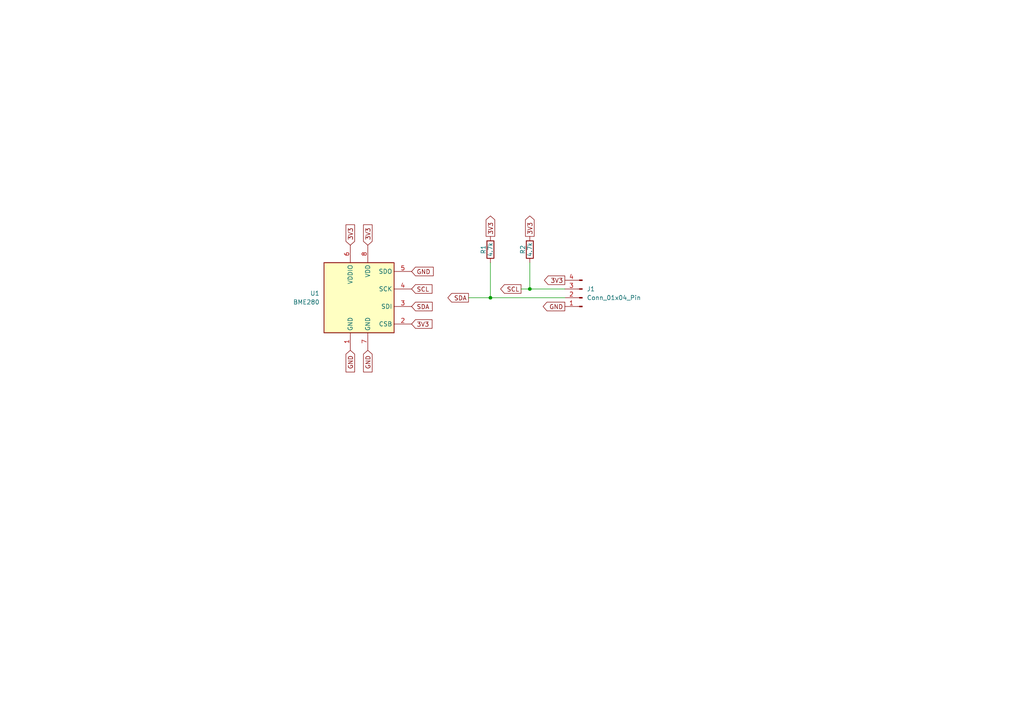
<source format=kicad_sch>
(kicad_sch (version 20231120) (generator "eeschema") (generator_version "8.0")
  (paper "A4")
  (lib_symbols
    (symbol "Connector:Conn_01x04_Pin" (pin_names (offset 1.016) hide)
      (property "Reference" "J" (at 0 5.08 0))
      (property "Value" "Conn_01x04_Pin" (at 0 -7.62 0))
      (symbol "Conn_01x04_Pin_1_1"
        (polyline (pts (xy 1.27 -5.08) (xy 0.8636 -5.08)) (stroke (width 0.1524)))
        (polyline (pts (xy 1.27 -2.54) (xy 0.8636 -2.54)) (stroke (width 0.1524)))
        (polyline (pts (xy 1.27 0) (xy 0.8636 0)) (stroke (width 0.1524)))
        (polyline (pts (xy 1.27 2.54) (xy 0.8636 2.54)) (stroke (width 0.1524)))
        (rectangle (start 0.8636 -4.953) (end 0 -5.207) (stroke (width 0.1524)) (fill (type outline)))
        (rectangle (start 0.8636 -2.413) (end 0 -2.667) (stroke (width 0.1524)) (fill (type outline)))
        (rectangle (start 0.8636 0.127) (end 0 -0.127) (stroke (width 0.1524)) (fill (type outline)))
        (rectangle (start 0.8636 2.667) (end 0 2.413) (stroke (width 0.1524)) (fill (type outline)))
        (pin passive line (at 5.08 2.54 180) (length 3.81) (name "Pin_1") (number "1"))
        (pin passive line (at 5.08 0 180) (length 3.81) (name "Pin_2") (number "2"))
        (pin passive line (at 5.08 -2.54 180) (length 3.81) (name "Pin_3") (number "3"))
        (pin passive line (at 5.08 -5.08 180) (length 3.81) (name "Pin_4") (number "4"))
      )
    )
    (symbol "Device:R" (pin_numbers hide) (pin_names (offset 0))
      (property "Reference" "R" (at 2.032 0 90))
      (property "Value" "R" (at 0 0 90))
      (symbol "R_0_1"
        (rectangle (start -1.016 -2.54) (end 1.016 2.54) (stroke (width 0.254)))
      )
      (symbol "R_1_1"
        (pin passive line (at 0 3.81 270) (length 1.27) (name "~") (number "1"))
        (pin passive line (at 0 -3.81 90) (length 1.27) (name "~") (number "2"))
      )
    )
    (symbol "Sensor:BME280"
      (property "Reference" "U" (at -8.89 11.43 0))
      (property "Value" "BME280" (at 7.62 11.43 0))
      (symbol "BME280_0_1"
        (rectangle (start -10.16 10.16) (end 10.16 -10.16) (stroke (width 0.254)) (fill (type background)))
      )
      (symbol "BME280_1_1"
        (pin power_in line (at -2.54 -15.24 90) (length 5.08) (name "GND") (number "1"))
        (pin input line (at 15.24 -7.62 180) (length 5.08) (name "CSB") (number "2"))
        (pin bidirectional line (at 15.24 -2.54 180) (length 5.08) (name "SDI") (number "3"))
        (pin input line (at 15.24 2.54 180) (length 5.08) (name "SCK") (number "4"))
        (pin bidirectional line (at 15.24 7.62 180) (length 5.08) (name "SDO") (number "5"))
        (pin power_in line (at -2.54 15.24 270) (length 5.08) (name "VDDIO") (number "6"))
        (pin power_in line (at 2.54 -15.24 90) (length 5.08) (name "GND") (number "7"))
        (pin power_in line (at 2.54 15.24 270) (length 5.08) (name "VDD") (number "8"))
      )
    )
  )
  (junction (at 153.67 83.82))
  (junction (at 142.24 86.36))
  (wire (pts (xy 135.89 86.36) (xy 142.24 86.36)))
  (wire (pts (xy 153.67 76.2) (xy 153.67 83.82)))
  (wire (pts (xy 151.13 83.82) (xy 153.67 83.82)))
  (wire (pts (xy 153.67 83.82) (xy 163.83 83.82)))
  (wire (pts (xy 142.24 86.36) (xy 163.83 86.36)))
  (wire (pts (xy 142.24 76.2) (xy 142.24 86.36)))
  (global_label "3V3" (shape output) (at 163.83 81.28 180) (property "Intersheetrefs" "${INTERSHEET_REFS}" (effects (hide yes))))
  (global_label "3V3" (shape input) (at 119.38 93.98 0) (property "Intersheetrefs" "${INTERSHEET_REFS}" (effects (hide yes))))
  (global_label "GND" (shape output) (at 163.83 88.9 180) (property "Intersheetrefs" "${INTERSHEET_REFS}" (effects (hide yes))))
  (global_label "3V3" (shape input) (at 106.68 71.12 90) (property "Intersheetrefs" "${INTERSHEET_REFS}" (effects (hide yes))))
  (global_label "SCL" (shape input) (at 119.38 83.82 0) (property "Intersheetrefs" "${INTERSHEET_REFS}" (effects (hide yes))))
  (global_label "GND" (shape input) (at 119.38 78.74 0) (property "Intersheetrefs" "${INTERSHEET_REFS}" (effects (hide yes))))
  (global_label "SCL" (shape output) (at 151.13 83.82 180) (property "Intersheetrefs" "${INTERSHEET_REFS}" (effects (hide yes))))
  (global_label "3V3" (shape output) (at 142.24 68.58 90) (property "Intersheetrefs" "${INTERSHEET_REFS}" (effects (hide yes))))
  (global_label "3V3" (shape input) (at 101.6 71.12 90) (property "Intersheetrefs" "${INTERSHEET_REFS}" (effects (hide yes))))
  (global_label "SDA" (shape output) (at 135.89 86.36 180) (property "Intersheetrefs" "${INTERSHEET_REFS}" (effects (hide yes))))
  (global_label "3V3" (shape output) (at 153.67 68.58 90) (property "Intersheetrefs" "${INTERSHEET_REFS}" (effects (hide yes))))
  (global_label "SDA" (shape input) (at 119.38 88.9 0) (property "Intersheetrefs" "${INTERSHEET_REFS}" (effects (hide yes))))
  (global_label "GND" (shape input) (at 101.6 101.6 270) (property "Intersheetrefs" "${INTERSHEET_REFS}" (effects (hide yes))))
  (global_label "GND" (shape input) (at 106.68 101.6 270) (property "Intersheetrefs" "${INTERSHEET_REFS}" (effects (hide yes))))
  (symbol (lib_id "Device:R") (at 153.67 72.39 180) (unit 1)
    (property "Reference" "R2" (at 151.638 72.39 90))
    (property "Value" "4.7k" (at 153.67 72.39 90))
    (property "Footprint" "Resistor_SMD:R_0603_1608Metric" (effects (hide yes)))
    (property "Description" "Resistor" (effects (hide yes)))
  )
  (symbol (lib_id "Connector:Conn_01x04_Pin") (at 168.91 86.36 180) (unit 1)
    (property "Reference" "J1" (at 170.18 83.8199 0) (effects (justify right)))
    (property "Value" "Conn_01x04_Pin" (at 170.18 86.3599 0) (effects (justify right)))
    (property "Footprint" "Connector_PinSocket_2.54mm:PinSocket_1x04_P2.54mm_Vertical" (effects (hide yes)))
    (property "Description" "Generic connector, single row, 01x04, script generated" (effects (hide yes)))
  )
  (symbol (lib_id "Sensor:BME280") (at 104.14 86.36 0) (unit 1)
    (property "Reference" "U1" (at 92.71 85.0899 0) (effects (justify right)))
    (property "Value" "BME280" (at 92.71 87.6299 0) (effects (justify right)))
    (property "Footprint" "Package_LGA:Bosch_LGA-8_2.5x2.5mm_P0.65mm_ClockwisePinNumbering" (effects (hide yes)))
    (property "Datasheet" "https://www.bosch-sensortec.com/media/boschsensortec/downloads/datasheets/bst-bme280-ds002.pdf" (effects (hide yes)))
    (property "Description" "3-in-1 sensor, humidity, pressure, temperature, I2C and SPI interface, 1.71-3.6V, LGA-8" (effects (hide yes)))
  )
  (symbol (lib_id "Device:R") (at 142.24 72.39 180) (unit 1)
    (property "Reference" "R1" (at 140.208 72.39 90))
    (property "Value" "4.7k" (at 142.24 72.39 90))
    (property "Footprint" "Resistor_SMD:R_0603_1608Metric" (effects (hide yes)))
    (property "Description" "Resistor" (effects (hide yes)))
  )
)
</source>
